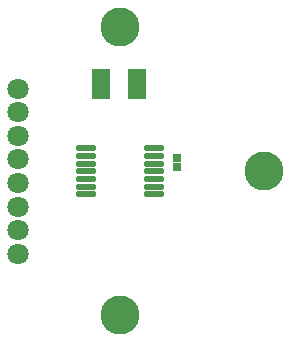
<source format=gts>
G04 Layer_Color=8388736*
%FSAX24Y24*%
%MOIN*%
G70*
G01*
G75*
%ADD20R,0.0285X0.0285*%
%ADD21O,0.0690X0.0218*%
%ADD22R,0.0592X0.1005*%
%ADD23C,0.1300*%
%ADD24C,0.0710*%
D20*
X056900Y020457D02*
D03*
Y020143D02*
D03*
D21*
X053868Y020768D02*
D03*
Y020512D02*
D03*
Y020256D02*
D03*
Y020000D02*
D03*
Y019744D02*
D03*
Y019488D02*
D03*
Y019232D02*
D03*
X056132Y020768D02*
D03*
Y020512D02*
D03*
Y020256D02*
D03*
Y020000D02*
D03*
Y019744D02*
D03*
Y019488D02*
D03*
Y019232D02*
D03*
D22*
X055596Y022900D02*
D03*
X054396D02*
D03*
D23*
X055000Y015200D02*
D03*
Y024800D02*
D03*
X059800Y020000D02*
D03*
D24*
X051600Y022756D02*
D03*
Y021966D02*
D03*
Y021179D02*
D03*
Y017241D02*
D03*
Y018029D02*
D03*
Y018816D02*
D03*
Y019606D02*
D03*
Y020396D02*
D03*
M02*

</source>
